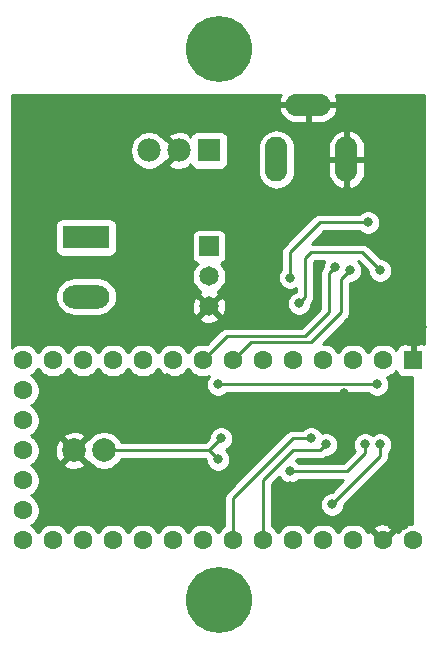
<source format=gbr>
%TF.GenerationSoftware,KiCad,Pcbnew,(5.1.8-0-10_14)*%
%TF.CreationDate,2020-12-27T09:30:55+11:00*%
%TF.ProjectId,Open-JIP(KiCad)_T3.2,4f70656e-2d4a-4495-9028-4b6943616429,rev?*%
%TF.SameCoordinates,Original*%
%TF.FileFunction,Copper,L2,Bot*%
%TF.FilePolarity,Positive*%
%FSLAX46Y46*%
G04 Gerber Fmt 4.6, Leading zero omitted, Abs format (unit mm)*
G04 Created by KiCad (PCBNEW (5.1.8-0-10_14)) date 2020-12-27 09:30:55*
%MOMM*%
%LPD*%
G01*
G04 APERTURE LIST*
%TA.AperFunction,ComponentPad*%
%ADD10C,5.600000*%
%TD*%
%TA.AperFunction,ComponentPad*%
%ADD11C,1.600000*%
%TD*%
%TA.AperFunction,ComponentPad*%
%ADD12R,1.600000X1.600000*%
%TD*%
%TA.AperFunction,ComponentPad*%
%ADD13R,1.651000X1.651000*%
%TD*%
%TA.AperFunction,ComponentPad*%
%ADD14C,1.651000*%
%TD*%
%TA.AperFunction,ComponentPad*%
%ADD15C,2.000000*%
%TD*%
%TA.AperFunction,ComponentPad*%
%ADD16O,3.800000X1.900000*%
%TD*%
%TA.AperFunction,ComponentPad*%
%ADD17O,1.900000X3.800000*%
%TD*%
%TA.AperFunction,ComponentPad*%
%ADD18R,3.960000X1.980000*%
%TD*%
%TA.AperFunction,ComponentPad*%
%ADD19O,3.960000X1.980000*%
%TD*%
%TA.AperFunction,ComponentPad*%
%ADD20R,1.980000X1.980000*%
%TD*%
%TA.AperFunction,ComponentPad*%
%ADD21C,1.980000*%
%TD*%
%TA.AperFunction,ViaPad*%
%ADD22C,0.800000*%
%TD*%
%TA.AperFunction,Conductor*%
%ADD23C,0.250000*%
%TD*%
%TA.AperFunction,Conductor*%
%ADD24C,0.254000*%
%TD*%
%TA.AperFunction,Conductor*%
%ADD25C,0.100000*%
%TD*%
G04 APERTURE END LIST*
D10*
%TO.P,REF\u002A\u002A,1*%
%TO.N,N/C*%
X120000000Y-76708000D03*
%TD*%
%TO.P,REF\u002A\u002A,1*%
%TO.N,N/C*%
X120000000Y-30000000D03*
%TD*%
D11*
%TO.P,U5,17*%
%TO.N,Net-(U5-Pad17)*%
X103378000Y-64008000D03*
%TO.P,U5,18*%
%TO.N,Net-(U5-Pad18)*%
X103378000Y-66548000D03*
%TO.P,U5,19*%
%TO.N,Net-(U5-Pad19)*%
X103378000Y-69088000D03*
%TO.P,U5,20*%
%TO.N,Net-(U5-Pad20)*%
X103378000Y-71628000D03*
%TO.P,U5,16*%
%TO.N,Net-(U5-Pad16)*%
X103378000Y-61468000D03*
%TO.P,U5,15*%
%TO.N,Net-(U5-Pad15)*%
X103378000Y-58928000D03*
%TO.P,U5,14*%
%TO.N,Net-(U5-Pad14)*%
X103378000Y-56388000D03*
%TO.P,U5,21*%
%TO.N,Net-(U5-Pad21)*%
X105918000Y-71628000D03*
%TO.P,U5,22*%
%TO.N,Net-(U5-Pad22)*%
X108458000Y-71628000D03*
%TO.P,U5,23*%
%TO.N,Net-(U5-Pad23)*%
X110998000Y-71628000D03*
%TO.P,U5,24*%
%TO.N,FluoroRead*%
X113538000Y-71628000D03*
%TO.P,U5,25*%
%TO.N,Net-(U5-Pad25)*%
X116078000Y-71628000D03*
%TO.P,U5,26*%
%TO.N,Net-(U5-Pad26)*%
X118618000Y-71628000D03*
%TO.P,U5,27*%
%TO.N,FluoroGain3*%
X121158000Y-71628000D03*
%TO.P,U5,28*%
%TO.N,FluoroGain2*%
X123698000Y-71628000D03*
%TO.P,U5,29*%
%TO.N,FluoroGain4*%
X126238000Y-71628000D03*
%TO.P,U5,30*%
%TO.N,FluoroGain1*%
X128778000Y-71628000D03*
%TO.P,U5,31*%
%TO.N,+3V3*%
X131318000Y-71628000D03*
%TO.P,U5,32*%
%TO.N,GNDA*%
X133858000Y-71628000D03*
%TO.P,U5,33*%
%TO.N,+5V*%
X136398000Y-71628000D03*
%TO.P,U5,13*%
%TO.N,Net-(U5-Pad13)*%
X105918000Y-56388000D03*
%TO.P,U5,12*%
%TO.N,Net-(U5-Pad12)*%
X108458000Y-56388000D03*
%TO.P,U5,11*%
%TO.N,Net-(U5-Pad11)*%
X110998000Y-56388000D03*
%TO.P,U5,10*%
%TO.N,Net-(U5-Pad10)*%
X113538000Y-56388000D03*
%TO.P,U5,9*%
%TO.N,Net-(U5-Pad9)*%
X116078000Y-56388000D03*
%TO.P,U5,8*%
%TO.N,ActinicGain3*%
X118618000Y-56388000D03*
%TO.P,U5,7*%
%TO.N,ActinicGain2*%
X121158000Y-56388000D03*
%TO.P,U5,6*%
%TO.N,ActinicGain4*%
X123698000Y-56388000D03*
%TO.P,U5,5*%
%TO.N,ActinicGain1*%
X126238000Y-56388000D03*
%TO.P,U5,4*%
%TO.N,Net-(U5-Pad4)*%
X128778000Y-56388000D03*
%TO.P,U5,3*%
%TO.N,Net-(U5-Pad3)*%
X131318000Y-56388000D03*
%TO.P,U5,2*%
%TO.N,Net-(U5-Pad2)*%
X133858000Y-56388000D03*
D12*
%TO.P,U5,1*%
%TO.N,GND*%
X136398000Y-56388000D03*
%TD*%
D13*
%TO.P,CR1,1*%
%TO.N,/TrigOut*%
X119126000Y-46736000D03*
D14*
%TO.P,CR1,2*%
%TO.N,Net-(C6-Pad2)*%
X119126000Y-49276000D03*
%TO.P,CR1,3*%
%TO.N,GND*%
X119126000Y-51816000D03*
%TD*%
D15*
%TO.P,D1,1*%
%TO.N,GNDA*%
X107696000Y-64008000D03*
%TO.P,D1,2*%
%TO.N,/-IN*%
X110236000Y-64008000D03*
%TD*%
D16*
%TO.P,J1,3*%
%TO.N,GND*%
X127508000Y-34720000D03*
D17*
%TO.P,J1,2*%
X130758000Y-39370000D03*
%TO.P,J1,1*%
%TO.N,+15V*%
X124828000Y-39370000D03*
%TD*%
D18*
%TO.P,J2,1*%
%TO.N,+12V*%
X108712000Y-45974000D03*
D19*
%TO.P,J2,2*%
%TO.N,Net-(C6-Pad2)*%
X108712000Y-50974000D03*
%TD*%
D20*
%TO.P,U2,1*%
%TO.N,+15V*%
X119126000Y-38608000D03*
D21*
%TO.P,U2,2*%
%TO.N,GND*%
X116586000Y-38608000D03*
%TO.P,U2,3*%
%TO.N,+12V*%
X114046000Y-38608000D03*
%TD*%
D22*
%TO.N,GNDA*%
X115570000Y-57912000D03*
X126238000Y-59944000D03*
X125984000Y-69342000D03*
X127762000Y-69342000D03*
X134620000Y-70358000D03*
X135636000Y-69342000D03*
X135636000Y-70358000D03*
X105664000Y-68580000D03*
X106934000Y-68580000D03*
X105664000Y-69850000D03*
X106934000Y-69850000D03*
X108204000Y-69850000D03*
X109474000Y-69850000D03*
X110744000Y-69850000D03*
X112014000Y-69850000D03*
X105664000Y-67310000D03*
X106934000Y-67310000D03*
X119126000Y-62230000D03*
X118872000Y-66294000D03*
X120142000Y-66802000D03*
X125984000Y-67056000D03*
X125984000Y-61214000D03*
X127762000Y-59690000D03*
X130556000Y-59182000D03*
%TO.N,GND*%
X136398000Y-54356000D03*
X137160000Y-53594000D03*
X116332000Y-52324000D03*
X116332000Y-53848000D03*
X118618000Y-54356000D03*
X116586000Y-40894000D03*
X116586000Y-36068000D03*
X134366000Y-44704000D03*
X135890000Y-44704000D03*
X108204000Y-34798000D03*
X106172000Y-34798000D03*
X104140000Y-34798000D03*
%TO.N,/-IN*%
X119888000Y-64770000D03*
X120142000Y-62992000D03*
%TO.N,+3V3*%
X119888000Y-58420000D03*
X133350000Y-58420000D03*
%TO.N,Net-(R7-Pad2)*%
X125984000Y-49368000D03*
X132588000Y-44704000D03*
%TO.N,Net-(R9-Pad2)*%
X132334000Y-63500000D03*
X125984000Y-65786000D03*
%TO.N,Net-(R10-Pad2)*%
X126746000Y-51562000D03*
X133604000Y-48768000D03*
%TO.N,Net-(R11-Pad2)*%
X133604000Y-63500000D03*
X129540000Y-68580000D03*
%TO.N,ActinicGain2*%
X131064000Y-48768000D03*
%TO.N,ActinicGain3*%
X129794000Y-48514000D03*
%TO.N,FluoroGain3*%
X127762000Y-62992000D03*
%TO.N,FluoroGain2*%
X129032000Y-63500000D03*
%TD*%
D23*
%TO.N,/-IN*%
X110236000Y-64008000D02*
X119126000Y-64008000D01*
X119126000Y-64008000D02*
X119888000Y-64770000D01*
X119126000Y-64008000D02*
X120142000Y-62992000D01*
%TO.N,+3V3*%
X119888000Y-58420000D02*
X133350000Y-58420000D01*
%TO.N,Net-(R7-Pad2)*%
X125984000Y-49368000D02*
X125984000Y-47244000D01*
X125984000Y-47244000D02*
X128524000Y-44704000D01*
X128524000Y-44704000D02*
X132588000Y-44704000D01*
%TO.N,Net-(R9-Pad2)*%
X132334000Y-63500000D02*
X132334000Y-64262000D01*
X132334000Y-64262000D02*
X130810000Y-65786000D01*
X130810000Y-65786000D02*
X125984000Y-65786000D01*
%TO.N,Net-(R10-Pad2)*%
X126746000Y-51562000D02*
X127254000Y-51054000D01*
X127254000Y-51054000D02*
X127254000Y-47752000D01*
X127254000Y-47752000D02*
X127762000Y-47244000D01*
X127762000Y-47244000D02*
X132080000Y-47244000D01*
X132080000Y-47244000D02*
X133604000Y-48768000D01*
%TO.N,Net-(R11-Pad2)*%
X133604000Y-63500000D02*
X133604000Y-64516000D01*
X133604000Y-64516000D02*
X129540000Y-68580000D01*
%TO.N,ActinicGain2*%
X131064000Y-48768000D02*
X130302000Y-49530000D01*
X130302000Y-49530000D02*
X130302000Y-52324000D01*
X130302000Y-52324000D02*
X127762000Y-54864000D01*
X122682000Y-54864000D02*
X121158000Y-56388000D01*
X127762000Y-54864000D02*
X122682000Y-54864000D01*
%TO.N,ActinicGain3*%
X127254000Y-54356000D02*
X120650000Y-54356000D01*
X129286000Y-52324000D02*
X127254000Y-54356000D01*
X120650000Y-54356000D02*
X118618000Y-56388000D01*
X129286000Y-49022000D02*
X129286000Y-52324000D01*
X129794000Y-48514000D02*
X129286000Y-49022000D01*
%TO.N,FluoroGain3*%
X127762000Y-62992000D02*
X126238000Y-62992000D01*
X126238000Y-62992000D02*
X121158000Y-68072000D01*
X121158000Y-68072000D02*
X121158000Y-71628000D01*
%TO.N,FluoroGain2*%
X129032000Y-63500000D02*
X128524000Y-64008000D01*
X128524000Y-64008000D02*
X126238000Y-64008000D01*
X123698000Y-66548000D02*
X123698000Y-71628000D01*
X126238000Y-64008000D02*
X123698000Y-66548000D01*
%TD*%
D24*
%TO.N,GNDA*%
X117503363Y-57302759D02*
X117703241Y-57502637D01*
X117938273Y-57659680D01*
X118199426Y-57767853D01*
X118476665Y-57823000D01*
X118759335Y-57823000D01*
X119036574Y-57767853D01*
X119104623Y-57739666D01*
X119084063Y-57760226D01*
X118970795Y-57929744D01*
X118892774Y-58118102D01*
X118853000Y-58318061D01*
X118853000Y-58521939D01*
X118892774Y-58721898D01*
X118970795Y-58910256D01*
X119084063Y-59079774D01*
X119228226Y-59223937D01*
X119397744Y-59337205D01*
X119586102Y-59415226D01*
X119786061Y-59455000D01*
X119989939Y-59455000D01*
X120189898Y-59415226D01*
X120378256Y-59337205D01*
X120547774Y-59223937D01*
X120591711Y-59180000D01*
X132646289Y-59180000D01*
X132690226Y-59223937D01*
X132859744Y-59337205D01*
X133048102Y-59415226D01*
X133248061Y-59455000D01*
X133451939Y-59455000D01*
X133651898Y-59415226D01*
X133840256Y-59337205D01*
X134009774Y-59223937D01*
X134153937Y-59079774D01*
X134267205Y-58910256D01*
X134345226Y-58721898D01*
X134385000Y-58521939D01*
X134385000Y-58318061D01*
X134345226Y-58118102D01*
X134267205Y-57929744D01*
X134172823Y-57788491D01*
X134276574Y-57767853D01*
X134537727Y-57659680D01*
X134772759Y-57502637D01*
X134971357Y-57304039D01*
X134972188Y-57312482D01*
X135008498Y-57432180D01*
X135067463Y-57542494D01*
X135146815Y-57639185D01*
X135243506Y-57718537D01*
X135353820Y-57777502D01*
X135473518Y-57813812D01*
X135598000Y-57826072D01*
X136271000Y-57826072D01*
X136271000Y-70193000D01*
X136256665Y-70193000D01*
X135979426Y-70248147D01*
X135718273Y-70356320D01*
X135483241Y-70513363D01*
X135283363Y-70713241D01*
X135127085Y-70947128D01*
X135094671Y-70886486D01*
X134850702Y-70814903D01*
X134160278Y-71505327D01*
X133555722Y-71505327D01*
X132865298Y-70814903D01*
X132621329Y-70886486D01*
X132590806Y-70950992D01*
X132589680Y-70948273D01*
X132432637Y-70713241D01*
X132354694Y-70635298D01*
X133044903Y-70635298D01*
X133858000Y-71448395D01*
X134671097Y-70635298D01*
X134599514Y-70391329D01*
X134344004Y-70270429D01*
X134069816Y-70201700D01*
X133787488Y-70187783D01*
X133507870Y-70229213D01*
X133241708Y-70324397D01*
X133116486Y-70391329D01*
X133044903Y-70635298D01*
X132354694Y-70635298D01*
X132232759Y-70513363D01*
X131997727Y-70356320D01*
X131736574Y-70248147D01*
X131459335Y-70193000D01*
X131176665Y-70193000D01*
X130899426Y-70248147D01*
X130638273Y-70356320D01*
X130403241Y-70513363D01*
X130203363Y-70713241D01*
X130048000Y-70945759D01*
X129892637Y-70713241D01*
X129692759Y-70513363D01*
X129457727Y-70356320D01*
X129196574Y-70248147D01*
X128919335Y-70193000D01*
X128636665Y-70193000D01*
X128359426Y-70248147D01*
X128098273Y-70356320D01*
X127863241Y-70513363D01*
X127663363Y-70713241D01*
X127508000Y-70945759D01*
X127352637Y-70713241D01*
X127152759Y-70513363D01*
X126917727Y-70356320D01*
X126656574Y-70248147D01*
X126379335Y-70193000D01*
X126096665Y-70193000D01*
X125819426Y-70248147D01*
X125558273Y-70356320D01*
X125323241Y-70513363D01*
X125123363Y-70713241D01*
X124968000Y-70945759D01*
X124812637Y-70713241D01*
X124612759Y-70513363D01*
X124458000Y-70409957D01*
X124458000Y-66862801D01*
X125060278Y-66260523D01*
X125066795Y-66276256D01*
X125180063Y-66445774D01*
X125324226Y-66589937D01*
X125493744Y-66703205D01*
X125682102Y-66781226D01*
X125882061Y-66821000D01*
X126085939Y-66821000D01*
X126285898Y-66781226D01*
X126474256Y-66703205D01*
X126643774Y-66589937D01*
X126687711Y-66546000D01*
X130499199Y-66546000D01*
X129500199Y-67545000D01*
X129438061Y-67545000D01*
X129238102Y-67584774D01*
X129049744Y-67662795D01*
X128880226Y-67776063D01*
X128736063Y-67920226D01*
X128622795Y-68089744D01*
X128544774Y-68278102D01*
X128505000Y-68478061D01*
X128505000Y-68681939D01*
X128544774Y-68881898D01*
X128622795Y-69070256D01*
X128736063Y-69239774D01*
X128880226Y-69383937D01*
X129049744Y-69497205D01*
X129238102Y-69575226D01*
X129438061Y-69615000D01*
X129641939Y-69615000D01*
X129841898Y-69575226D01*
X130030256Y-69497205D01*
X130199774Y-69383937D01*
X130343937Y-69239774D01*
X130457205Y-69070256D01*
X130535226Y-68881898D01*
X130575000Y-68681939D01*
X130575000Y-68619801D01*
X134115003Y-65079799D01*
X134144001Y-65056001D01*
X134180930Y-65011003D01*
X134238974Y-64940277D01*
X134309546Y-64808247D01*
X134317367Y-64782463D01*
X134353003Y-64664986D01*
X134364000Y-64553333D01*
X134364000Y-64553323D01*
X134367676Y-64516000D01*
X134364000Y-64478677D01*
X134364000Y-64203711D01*
X134407937Y-64159774D01*
X134521205Y-63990256D01*
X134599226Y-63801898D01*
X134639000Y-63601939D01*
X134639000Y-63398061D01*
X134599226Y-63198102D01*
X134521205Y-63009744D01*
X134407937Y-62840226D01*
X134263774Y-62696063D01*
X134094256Y-62582795D01*
X133905898Y-62504774D01*
X133705939Y-62465000D01*
X133502061Y-62465000D01*
X133302102Y-62504774D01*
X133113744Y-62582795D01*
X132969000Y-62679510D01*
X132824256Y-62582795D01*
X132635898Y-62504774D01*
X132435939Y-62465000D01*
X132232061Y-62465000D01*
X132032102Y-62504774D01*
X131843744Y-62582795D01*
X131674226Y-62696063D01*
X131530063Y-62840226D01*
X131416795Y-63009744D01*
X131338774Y-63198102D01*
X131299000Y-63398061D01*
X131299000Y-63601939D01*
X131338774Y-63801898D01*
X131416795Y-63990256D01*
X131462516Y-64058682D01*
X130495199Y-65026000D01*
X126687711Y-65026000D01*
X126643774Y-64982063D01*
X126474256Y-64868795D01*
X126458524Y-64862279D01*
X126552803Y-64768000D01*
X128486678Y-64768000D01*
X128524000Y-64771676D01*
X128561322Y-64768000D01*
X128561333Y-64768000D01*
X128672986Y-64757003D01*
X128816247Y-64713546D01*
X128948276Y-64642974D01*
X129064001Y-64548001D01*
X129074671Y-64535000D01*
X129133939Y-64535000D01*
X129333898Y-64495226D01*
X129522256Y-64417205D01*
X129691774Y-64303937D01*
X129835937Y-64159774D01*
X129949205Y-63990256D01*
X130027226Y-63801898D01*
X130067000Y-63601939D01*
X130067000Y-63398061D01*
X130027226Y-63198102D01*
X129949205Y-63009744D01*
X129835937Y-62840226D01*
X129691774Y-62696063D01*
X129522256Y-62582795D01*
X129333898Y-62504774D01*
X129133939Y-62465000D01*
X128930061Y-62465000D01*
X128730102Y-62504774D01*
X128687730Y-62522325D01*
X128679205Y-62501744D01*
X128565937Y-62332226D01*
X128421774Y-62188063D01*
X128252256Y-62074795D01*
X128063898Y-61996774D01*
X127863939Y-61957000D01*
X127660061Y-61957000D01*
X127460102Y-61996774D01*
X127271744Y-62074795D01*
X127102226Y-62188063D01*
X127058289Y-62232000D01*
X126275323Y-62232000D01*
X126238000Y-62228324D01*
X126200677Y-62232000D01*
X126200667Y-62232000D01*
X126089014Y-62242997D01*
X125945753Y-62286454D01*
X125813723Y-62357026D01*
X125749127Y-62410039D01*
X125697999Y-62451999D01*
X125674201Y-62480997D01*
X120647003Y-67508196D01*
X120617999Y-67531999D01*
X120574688Y-67584774D01*
X120523026Y-67647724D01*
X120490729Y-67708147D01*
X120452454Y-67779754D01*
X120408997Y-67923015D01*
X120398000Y-68034668D01*
X120398000Y-68034678D01*
X120394324Y-68072000D01*
X120398000Y-68109323D01*
X120398001Y-70409956D01*
X120243241Y-70513363D01*
X120043363Y-70713241D01*
X119888000Y-70945759D01*
X119732637Y-70713241D01*
X119532759Y-70513363D01*
X119297727Y-70356320D01*
X119036574Y-70248147D01*
X118759335Y-70193000D01*
X118476665Y-70193000D01*
X118199426Y-70248147D01*
X117938273Y-70356320D01*
X117703241Y-70513363D01*
X117503363Y-70713241D01*
X117348000Y-70945759D01*
X117192637Y-70713241D01*
X116992759Y-70513363D01*
X116757727Y-70356320D01*
X116496574Y-70248147D01*
X116219335Y-70193000D01*
X115936665Y-70193000D01*
X115659426Y-70248147D01*
X115398273Y-70356320D01*
X115163241Y-70513363D01*
X114963363Y-70713241D01*
X114808000Y-70945759D01*
X114652637Y-70713241D01*
X114452759Y-70513363D01*
X114217727Y-70356320D01*
X113956574Y-70248147D01*
X113679335Y-70193000D01*
X113396665Y-70193000D01*
X113119426Y-70248147D01*
X112858273Y-70356320D01*
X112623241Y-70513363D01*
X112423363Y-70713241D01*
X112268000Y-70945759D01*
X112112637Y-70713241D01*
X111912759Y-70513363D01*
X111677727Y-70356320D01*
X111416574Y-70248147D01*
X111139335Y-70193000D01*
X110856665Y-70193000D01*
X110579426Y-70248147D01*
X110318273Y-70356320D01*
X110083241Y-70513363D01*
X109883363Y-70713241D01*
X109728000Y-70945759D01*
X109572637Y-70713241D01*
X109372759Y-70513363D01*
X109137727Y-70356320D01*
X108876574Y-70248147D01*
X108599335Y-70193000D01*
X108316665Y-70193000D01*
X108039426Y-70248147D01*
X107778273Y-70356320D01*
X107543241Y-70513363D01*
X107343363Y-70713241D01*
X107188000Y-70945759D01*
X107032637Y-70713241D01*
X106832759Y-70513363D01*
X106597727Y-70356320D01*
X106336574Y-70248147D01*
X106059335Y-70193000D01*
X105776665Y-70193000D01*
X105499426Y-70248147D01*
X105238273Y-70356320D01*
X105003241Y-70513363D01*
X104803363Y-70713241D01*
X104648000Y-70945759D01*
X104492637Y-70713241D01*
X104292759Y-70513363D01*
X104060241Y-70358000D01*
X104292759Y-70202637D01*
X104492637Y-70002759D01*
X104649680Y-69767727D01*
X104757853Y-69506574D01*
X104813000Y-69229335D01*
X104813000Y-68946665D01*
X104757853Y-68669426D01*
X104649680Y-68408273D01*
X104492637Y-68173241D01*
X104292759Y-67973363D01*
X104060241Y-67818000D01*
X104292759Y-67662637D01*
X104492637Y-67462759D01*
X104649680Y-67227727D01*
X104757853Y-66966574D01*
X104813000Y-66689335D01*
X104813000Y-66406665D01*
X104757853Y-66129426D01*
X104649680Y-65868273D01*
X104492637Y-65633241D01*
X104292759Y-65433363D01*
X104060241Y-65278000D01*
X104261665Y-65143413D01*
X106740192Y-65143413D01*
X106835956Y-65407814D01*
X107125571Y-65548704D01*
X107437108Y-65630384D01*
X107758595Y-65649718D01*
X108077675Y-65605961D01*
X108382088Y-65500795D01*
X108556044Y-65407814D01*
X108651808Y-65143413D01*
X107696000Y-64187605D01*
X106740192Y-65143413D01*
X104261665Y-65143413D01*
X104292759Y-65122637D01*
X104492637Y-64922759D01*
X104649680Y-64687727D01*
X104757853Y-64426574D01*
X104813000Y-64149335D01*
X104813000Y-64070595D01*
X106054282Y-64070595D01*
X106098039Y-64389675D01*
X106203205Y-64694088D01*
X106296186Y-64868044D01*
X106560587Y-64963808D01*
X107516395Y-64008000D01*
X107875605Y-64008000D01*
X108831413Y-64963808D01*
X108893280Y-64941400D01*
X108966013Y-65050252D01*
X109193748Y-65277987D01*
X109461537Y-65456918D01*
X109759088Y-65580168D01*
X110074967Y-65643000D01*
X110397033Y-65643000D01*
X110712912Y-65580168D01*
X111010463Y-65456918D01*
X111278252Y-65277987D01*
X111505987Y-65050252D01*
X111684918Y-64782463D01*
X111690909Y-64768000D01*
X118811199Y-64768000D01*
X118853000Y-64809801D01*
X118853000Y-64871939D01*
X118892774Y-65071898D01*
X118970795Y-65260256D01*
X119084063Y-65429774D01*
X119228226Y-65573937D01*
X119397744Y-65687205D01*
X119586102Y-65765226D01*
X119786061Y-65805000D01*
X119989939Y-65805000D01*
X120189898Y-65765226D01*
X120378256Y-65687205D01*
X120547774Y-65573937D01*
X120691937Y-65429774D01*
X120805205Y-65260256D01*
X120883226Y-65071898D01*
X120923000Y-64871939D01*
X120923000Y-64668061D01*
X120883226Y-64468102D01*
X120805205Y-64279744D01*
X120691937Y-64110226D01*
X120547774Y-63966063D01*
X120527574Y-63952566D01*
X120632256Y-63909205D01*
X120801774Y-63795937D01*
X120945937Y-63651774D01*
X121059205Y-63482256D01*
X121137226Y-63293898D01*
X121177000Y-63093939D01*
X121177000Y-62890061D01*
X121137226Y-62690102D01*
X121059205Y-62501744D01*
X120945937Y-62332226D01*
X120801774Y-62188063D01*
X120632256Y-62074795D01*
X120443898Y-61996774D01*
X120243939Y-61957000D01*
X120040061Y-61957000D01*
X119840102Y-61996774D01*
X119651744Y-62074795D01*
X119482226Y-62188063D01*
X119338063Y-62332226D01*
X119224795Y-62501744D01*
X119146774Y-62690102D01*
X119107000Y-62890061D01*
X119107000Y-62952198D01*
X118811199Y-63248000D01*
X111690909Y-63248000D01*
X111684918Y-63233537D01*
X111505987Y-62965748D01*
X111278252Y-62738013D01*
X111010463Y-62559082D01*
X110712912Y-62435832D01*
X110397033Y-62373000D01*
X110074967Y-62373000D01*
X109759088Y-62435832D01*
X109461537Y-62559082D01*
X109193748Y-62738013D01*
X108966013Y-62965748D01*
X108893280Y-63074600D01*
X108831413Y-63052192D01*
X107875605Y-64008000D01*
X107516395Y-64008000D01*
X106560587Y-63052192D01*
X106296186Y-63147956D01*
X106155296Y-63437571D01*
X106073616Y-63749108D01*
X106054282Y-64070595D01*
X104813000Y-64070595D01*
X104813000Y-63866665D01*
X104757853Y-63589426D01*
X104649680Y-63328273D01*
X104492637Y-63093241D01*
X104292759Y-62893363D01*
X104261666Y-62872587D01*
X106740192Y-62872587D01*
X107696000Y-63828395D01*
X108651808Y-62872587D01*
X108556044Y-62608186D01*
X108266429Y-62467296D01*
X107954892Y-62385616D01*
X107633405Y-62366282D01*
X107314325Y-62410039D01*
X107009912Y-62515205D01*
X106835956Y-62608186D01*
X106740192Y-62872587D01*
X104261666Y-62872587D01*
X104060241Y-62738000D01*
X104292759Y-62582637D01*
X104492637Y-62382759D01*
X104649680Y-62147727D01*
X104757853Y-61886574D01*
X104813000Y-61609335D01*
X104813000Y-61326665D01*
X104757853Y-61049426D01*
X104649680Y-60788273D01*
X104492637Y-60553241D01*
X104292759Y-60353363D01*
X104060241Y-60198000D01*
X104292759Y-60042637D01*
X104492637Y-59842759D01*
X104649680Y-59607727D01*
X104757853Y-59346574D01*
X104813000Y-59069335D01*
X104813000Y-58786665D01*
X104757853Y-58509426D01*
X104649680Y-58248273D01*
X104492637Y-58013241D01*
X104292759Y-57813363D01*
X104060241Y-57658000D01*
X104292759Y-57502637D01*
X104492637Y-57302759D01*
X104648000Y-57070241D01*
X104803363Y-57302759D01*
X105003241Y-57502637D01*
X105238273Y-57659680D01*
X105499426Y-57767853D01*
X105776665Y-57823000D01*
X106059335Y-57823000D01*
X106336574Y-57767853D01*
X106597727Y-57659680D01*
X106832759Y-57502637D01*
X107032637Y-57302759D01*
X107188000Y-57070241D01*
X107343363Y-57302759D01*
X107543241Y-57502637D01*
X107778273Y-57659680D01*
X108039426Y-57767853D01*
X108316665Y-57823000D01*
X108599335Y-57823000D01*
X108876574Y-57767853D01*
X109137727Y-57659680D01*
X109372759Y-57502637D01*
X109572637Y-57302759D01*
X109728000Y-57070241D01*
X109883363Y-57302759D01*
X110083241Y-57502637D01*
X110318273Y-57659680D01*
X110579426Y-57767853D01*
X110856665Y-57823000D01*
X111139335Y-57823000D01*
X111416574Y-57767853D01*
X111677727Y-57659680D01*
X111912759Y-57502637D01*
X112112637Y-57302759D01*
X112268000Y-57070241D01*
X112423363Y-57302759D01*
X112623241Y-57502637D01*
X112858273Y-57659680D01*
X113119426Y-57767853D01*
X113396665Y-57823000D01*
X113679335Y-57823000D01*
X113956574Y-57767853D01*
X114217727Y-57659680D01*
X114452759Y-57502637D01*
X114652637Y-57302759D01*
X114808000Y-57070241D01*
X114963363Y-57302759D01*
X115163241Y-57502637D01*
X115398273Y-57659680D01*
X115659426Y-57767853D01*
X115936665Y-57823000D01*
X116219335Y-57823000D01*
X116496574Y-57767853D01*
X116757727Y-57659680D01*
X116992759Y-57502637D01*
X117192637Y-57302759D01*
X117348000Y-57070241D01*
X117503363Y-57302759D01*
%TA.AperFunction,Conductor*%
D25*
G36*
X117503363Y-57302759D02*
G01*
X117703241Y-57502637D01*
X117938273Y-57659680D01*
X118199426Y-57767853D01*
X118476665Y-57823000D01*
X118759335Y-57823000D01*
X119036574Y-57767853D01*
X119104623Y-57739666D01*
X119084063Y-57760226D01*
X118970795Y-57929744D01*
X118892774Y-58118102D01*
X118853000Y-58318061D01*
X118853000Y-58521939D01*
X118892774Y-58721898D01*
X118970795Y-58910256D01*
X119084063Y-59079774D01*
X119228226Y-59223937D01*
X119397744Y-59337205D01*
X119586102Y-59415226D01*
X119786061Y-59455000D01*
X119989939Y-59455000D01*
X120189898Y-59415226D01*
X120378256Y-59337205D01*
X120547774Y-59223937D01*
X120591711Y-59180000D01*
X132646289Y-59180000D01*
X132690226Y-59223937D01*
X132859744Y-59337205D01*
X133048102Y-59415226D01*
X133248061Y-59455000D01*
X133451939Y-59455000D01*
X133651898Y-59415226D01*
X133840256Y-59337205D01*
X134009774Y-59223937D01*
X134153937Y-59079774D01*
X134267205Y-58910256D01*
X134345226Y-58721898D01*
X134385000Y-58521939D01*
X134385000Y-58318061D01*
X134345226Y-58118102D01*
X134267205Y-57929744D01*
X134172823Y-57788491D01*
X134276574Y-57767853D01*
X134537727Y-57659680D01*
X134772759Y-57502637D01*
X134971357Y-57304039D01*
X134972188Y-57312482D01*
X135008498Y-57432180D01*
X135067463Y-57542494D01*
X135146815Y-57639185D01*
X135243506Y-57718537D01*
X135353820Y-57777502D01*
X135473518Y-57813812D01*
X135598000Y-57826072D01*
X136271000Y-57826072D01*
X136271000Y-70193000D01*
X136256665Y-70193000D01*
X135979426Y-70248147D01*
X135718273Y-70356320D01*
X135483241Y-70513363D01*
X135283363Y-70713241D01*
X135127085Y-70947128D01*
X135094671Y-70886486D01*
X134850702Y-70814903D01*
X134160278Y-71505327D01*
X133555722Y-71505327D01*
X132865298Y-70814903D01*
X132621329Y-70886486D01*
X132590806Y-70950992D01*
X132589680Y-70948273D01*
X132432637Y-70713241D01*
X132354694Y-70635298D01*
X133044903Y-70635298D01*
X133858000Y-71448395D01*
X134671097Y-70635298D01*
X134599514Y-70391329D01*
X134344004Y-70270429D01*
X134069816Y-70201700D01*
X133787488Y-70187783D01*
X133507870Y-70229213D01*
X133241708Y-70324397D01*
X133116486Y-70391329D01*
X133044903Y-70635298D01*
X132354694Y-70635298D01*
X132232759Y-70513363D01*
X131997727Y-70356320D01*
X131736574Y-70248147D01*
X131459335Y-70193000D01*
X131176665Y-70193000D01*
X130899426Y-70248147D01*
X130638273Y-70356320D01*
X130403241Y-70513363D01*
X130203363Y-70713241D01*
X130048000Y-70945759D01*
X129892637Y-70713241D01*
X129692759Y-70513363D01*
X129457727Y-70356320D01*
X129196574Y-70248147D01*
X128919335Y-70193000D01*
X128636665Y-70193000D01*
X128359426Y-70248147D01*
X128098273Y-70356320D01*
X127863241Y-70513363D01*
X127663363Y-70713241D01*
X127508000Y-70945759D01*
X127352637Y-70713241D01*
X127152759Y-70513363D01*
X126917727Y-70356320D01*
X126656574Y-70248147D01*
X126379335Y-70193000D01*
X126096665Y-70193000D01*
X125819426Y-70248147D01*
X125558273Y-70356320D01*
X125323241Y-70513363D01*
X125123363Y-70713241D01*
X124968000Y-70945759D01*
X124812637Y-70713241D01*
X124612759Y-70513363D01*
X124458000Y-70409957D01*
X124458000Y-66862801D01*
X125060278Y-66260523D01*
X125066795Y-66276256D01*
X125180063Y-66445774D01*
X125324226Y-66589937D01*
X125493744Y-66703205D01*
X125682102Y-66781226D01*
X125882061Y-66821000D01*
X126085939Y-66821000D01*
X126285898Y-66781226D01*
X126474256Y-66703205D01*
X126643774Y-66589937D01*
X126687711Y-66546000D01*
X130499199Y-66546000D01*
X129500199Y-67545000D01*
X129438061Y-67545000D01*
X129238102Y-67584774D01*
X129049744Y-67662795D01*
X128880226Y-67776063D01*
X128736063Y-67920226D01*
X128622795Y-68089744D01*
X128544774Y-68278102D01*
X128505000Y-68478061D01*
X128505000Y-68681939D01*
X128544774Y-68881898D01*
X128622795Y-69070256D01*
X128736063Y-69239774D01*
X128880226Y-69383937D01*
X129049744Y-69497205D01*
X129238102Y-69575226D01*
X129438061Y-69615000D01*
X129641939Y-69615000D01*
X129841898Y-69575226D01*
X130030256Y-69497205D01*
X130199774Y-69383937D01*
X130343937Y-69239774D01*
X130457205Y-69070256D01*
X130535226Y-68881898D01*
X130575000Y-68681939D01*
X130575000Y-68619801D01*
X134115003Y-65079799D01*
X134144001Y-65056001D01*
X134180930Y-65011003D01*
X134238974Y-64940277D01*
X134309546Y-64808247D01*
X134317367Y-64782463D01*
X134353003Y-64664986D01*
X134364000Y-64553333D01*
X134364000Y-64553323D01*
X134367676Y-64516000D01*
X134364000Y-64478677D01*
X134364000Y-64203711D01*
X134407937Y-64159774D01*
X134521205Y-63990256D01*
X134599226Y-63801898D01*
X134639000Y-63601939D01*
X134639000Y-63398061D01*
X134599226Y-63198102D01*
X134521205Y-63009744D01*
X134407937Y-62840226D01*
X134263774Y-62696063D01*
X134094256Y-62582795D01*
X133905898Y-62504774D01*
X133705939Y-62465000D01*
X133502061Y-62465000D01*
X133302102Y-62504774D01*
X133113744Y-62582795D01*
X132969000Y-62679510D01*
X132824256Y-62582795D01*
X132635898Y-62504774D01*
X132435939Y-62465000D01*
X132232061Y-62465000D01*
X132032102Y-62504774D01*
X131843744Y-62582795D01*
X131674226Y-62696063D01*
X131530063Y-62840226D01*
X131416795Y-63009744D01*
X131338774Y-63198102D01*
X131299000Y-63398061D01*
X131299000Y-63601939D01*
X131338774Y-63801898D01*
X131416795Y-63990256D01*
X131462516Y-64058682D01*
X130495199Y-65026000D01*
X126687711Y-65026000D01*
X126643774Y-64982063D01*
X126474256Y-64868795D01*
X126458524Y-64862279D01*
X126552803Y-64768000D01*
X128486678Y-64768000D01*
X128524000Y-64771676D01*
X128561322Y-64768000D01*
X128561333Y-64768000D01*
X128672986Y-64757003D01*
X128816247Y-64713546D01*
X128948276Y-64642974D01*
X129064001Y-64548001D01*
X129074671Y-64535000D01*
X129133939Y-64535000D01*
X129333898Y-64495226D01*
X129522256Y-64417205D01*
X129691774Y-64303937D01*
X129835937Y-64159774D01*
X129949205Y-63990256D01*
X130027226Y-63801898D01*
X130067000Y-63601939D01*
X130067000Y-63398061D01*
X130027226Y-63198102D01*
X129949205Y-63009744D01*
X129835937Y-62840226D01*
X129691774Y-62696063D01*
X129522256Y-62582795D01*
X129333898Y-62504774D01*
X129133939Y-62465000D01*
X128930061Y-62465000D01*
X128730102Y-62504774D01*
X128687730Y-62522325D01*
X128679205Y-62501744D01*
X128565937Y-62332226D01*
X128421774Y-62188063D01*
X128252256Y-62074795D01*
X128063898Y-61996774D01*
X127863939Y-61957000D01*
X127660061Y-61957000D01*
X127460102Y-61996774D01*
X127271744Y-62074795D01*
X127102226Y-62188063D01*
X127058289Y-62232000D01*
X126275323Y-62232000D01*
X126238000Y-62228324D01*
X126200677Y-62232000D01*
X126200667Y-62232000D01*
X126089014Y-62242997D01*
X125945753Y-62286454D01*
X125813723Y-62357026D01*
X125749127Y-62410039D01*
X125697999Y-62451999D01*
X125674201Y-62480997D01*
X120647003Y-67508196D01*
X120617999Y-67531999D01*
X120574688Y-67584774D01*
X120523026Y-67647724D01*
X120490729Y-67708147D01*
X120452454Y-67779754D01*
X120408997Y-67923015D01*
X120398000Y-68034668D01*
X120398000Y-68034678D01*
X120394324Y-68072000D01*
X120398000Y-68109323D01*
X120398001Y-70409956D01*
X120243241Y-70513363D01*
X120043363Y-70713241D01*
X119888000Y-70945759D01*
X119732637Y-70713241D01*
X119532759Y-70513363D01*
X119297727Y-70356320D01*
X119036574Y-70248147D01*
X118759335Y-70193000D01*
X118476665Y-70193000D01*
X118199426Y-70248147D01*
X117938273Y-70356320D01*
X117703241Y-70513363D01*
X117503363Y-70713241D01*
X117348000Y-70945759D01*
X117192637Y-70713241D01*
X116992759Y-70513363D01*
X116757727Y-70356320D01*
X116496574Y-70248147D01*
X116219335Y-70193000D01*
X115936665Y-70193000D01*
X115659426Y-70248147D01*
X115398273Y-70356320D01*
X115163241Y-70513363D01*
X114963363Y-70713241D01*
X114808000Y-70945759D01*
X114652637Y-70713241D01*
X114452759Y-70513363D01*
X114217727Y-70356320D01*
X113956574Y-70248147D01*
X113679335Y-70193000D01*
X113396665Y-70193000D01*
X113119426Y-70248147D01*
X112858273Y-70356320D01*
X112623241Y-70513363D01*
X112423363Y-70713241D01*
X112268000Y-70945759D01*
X112112637Y-70713241D01*
X111912759Y-70513363D01*
X111677727Y-70356320D01*
X111416574Y-70248147D01*
X111139335Y-70193000D01*
X110856665Y-70193000D01*
X110579426Y-70248147D01*
X110318273Y-70356320D01*
X110083241Y-70513363D01*
X109883363Y-70713241D01*
X109728000Y-70945759D01*
X109572637Y-70713241D01*
X109372759Y-70513363D01*
X109137727Y-70356320D01*
X108876574Y-70248147D01*
X108599335Y-70193000D01*
X108316665Y-70193000D01*
X108039426Y-70248147D01*
X107778273Y-70356320D01*
X107543241Y-70513363D01*
X107343363Y-70713241D01*
X107188000Y-70945759D01*
X107032637Y-70713241D01*
X106832759Y-70513363D01*
X106597727Y-70356320D01*
X106336574Y-70248147D01*
X106059335Y-70193000D01*
X105776665Y-70193000D01*
X105499426Y-70248147D01*
X105238273Y-70356320D01*
X105003241Y-70513363D01*
X104803363Y-70713241D01*
X104648000Y-70945759D01*
X104492637Y-70713241D01*
X104292759Y-70513363D01*
X104060241Y-70358000D01*
X104292759Y-70202637D01*
X104492637Y-70002759D01*
X104649680Y-69767727D01*
X104757853Y-69506574D01*
X104813000Y-69229335D01*
X104813000Y-68946665D01*
X104757853Y-68669426D01*
X104649680Y-68408273D01*
X104492637Y-68173241D01*
X104292759Y-67973363D01*
X104060241Y-67818000D01*
X104292759Y-67662637D01*
X104492637Y-67462759D01*
X104649680Y-67227727D01*
X104757853Y-66966574D01*
X104813000Y-66689335D01*
X104813000Y-66406665D01*
X104757853Y-66129426D01*
X104649680Y-65868273D01*
X104492637Y-65633241D01*
X104292759Y-65433363D01*
X104060241Y-65278000D01*
X104261665Y-65143413D01*
X106740192Y-65143413D01*
X106835956Y-65407814D01*
X107125571Y-65548704D01*
X107437108Y-65630384D01*
X107758595Y-65649718D01*
X108077675Y-65605961D01*
X108382088Y-65500795D01*
X108556044Y-65407814D01*
X108651808Y-65143413D01*
X107696000Y-64187605D01*
X106740192Y-65143413D01*
X104261665Y-65143413D01*
X104292759Y-65122637D01*
X104492637Y-64922759D01*
X104649680Y-64687727D01*
X104757853Y-64426574D01*
X104813000Y-64149335D01*
X104813000Y-64070595D01*
X106054282Y-64070595D01*
X106098039Y-64389675D01*
X106203205Y-64694088D01*
X106296186Y-64868044D01*
X106560587Y-64963808D01*
X107516395Y-64008000D01*
X107875605Y-64008000D01*
X108831413Y-64963808D01*
X108893280Y-64941400D01*
X108966013Y-65050252D01*
X109193748Y-65277987D01*
X109461537Y-65456918D01*
X109759088Y-65580168D01*
X110074967Y-65643000D01*
X110397033Y-65643000D01*
X110712912Y-65580168D01*
X111010463Y-65456918D01*
X111278252Y-65277987D01*
X111505987Y-65050252D01*
X111684918Y-64782463D01*
X111690909Y-64768000D01*
X118811199Y-64768000D01*
X118853000Y-64809801D01*
X118853000Y-64871939D01*
X118892774Y-65071898D01*
X118970795Y-65260256D01*
X119084063Y-65429774D01*
X119228226Y-65573937D01*
X119397744Y-65687205D01*
X119586102Y-65765226D01*
X119786061Y-65805000D01*
X119989939Y-65805000D01*
X120189898Y-65765226D01*
X120378256Y-65687205D01*
X120547774Y-65573937D01*
X120691937Y-65429774D01*
X120805205Y-65260256D01*
X120883226Y-65071898D01*
X120923000Y-64871939D01*
X120923000Y-64668061D01*
X120883226Y-64468102D01*
X120805205Y-64279744D01*
X120691937Y-64110226D01*
X120547774Y-63966063D01*
X120527574Y-63952566D01*
X120632256Y-63909205D01*
X120801774Y-63795937D01*
X120945937Y-63651774D01*
X121059205Y-63482256D01*
X121137226Y-63293898D01*
X121177000Y-63093939D01*
X121177000Y-62890061D01*
X121137226Y-62690102D01*
X121059205Y-62501744D01*
X120945937Y-62332226D01*
X120801774Y-62188063D01*
X120632256Y-62074795D01*
X120443898Y-61996774D01*
X120243939Y-61957000D01*
X120040061Y-61957000D01*
X119840102Y-61996774D01*
X119651744Y-62074795D01*
X119482226Y-62188063D01*
X119338063Y-62332226D01*
X119224795Y-62501744D01*
X119146774Y-62690102D01*
X119107000Y-62890061D01*
X119107000Y-62952198D01*
X118811199Y-63248000D01*
X111690909Y-63248000D01*
X111684918Y-63233537D01*
X111505987Y-62965748D01*
X111278252Y-62738013D01*
X111010463Y-62559082D01*
X110712912Y-62435832D01*
X110397033Y-62373000D01*
X110074967Y-62373000D01*
X109759088Y-62435832D01*
X109461537Y-62559082D01*
X109193748Y-62738013D01*
X108966013Y-62965748D01*
X108893280Y-63074600D01*
X108831413Y-63052192D01*
X107875605Y-64008000D01*
X107516395Y-64008000D01*
X106560587Y-63052192D01*
X106296186Y-63147956D01*
X106155296Y-63437571D01*
X106073616Y-63749108D01*
X106054282Y-64070595D01*
X104813000Y-64070595D01*
X104813000Y-63866665D01*
X104757853Y-63589426D01*
X104649680Y-63328273D01*
X104492637Y-63093241D01*
X104292759Y-62893363D01*
X104261666Y-62872587D01*
X106740192Y-62872587D01*
X107696000Y-63828395D01*
X108651808Y-62872587D01*
X108556044Y-62608186D01*
X108266429Y-62467296D01*
X107954892Y-62385616D01*
X107633405Y-62366282D01*
X107314325Y-62410039D01*
X107009912Y-62515205D01*
X106835956Y-62608186D01*
X106740192Y-62872587D01*
X104261666Y-62872587D01*
X104060241Y-62738000D01*
X104292759Y-62582637D01*
X104492637Y-62382759D01*
X104649680Y-62147727D01*
X104757853Y-61886574D01*
X104813000Y-61609335D01*
X104813000Y-61326665D01*
X104757853Y-61049426D01*
X104649680Y-60788273D01*
X104492637Y-60553241D01*
X104292759Y-60353363D01*
X104060241Y-60198000D01*
X104292759Y-60042637D01*
X104492637Y-59842759D01*
X104649680Y-59607727D01*
X104757853Y-59346574D01*
X104813000Y-59069335D01*
X104813000Y-58786665D01*
X104757853Y-58509426D01*
X104649680Y-58248273D01*
X104492637Y-58013241D01*
X104292759Y-57813363D01*
X104060241Y-57658000D01*
X104292759Y-57502637D01*
X104492637Y-57302759D01*
X104648000Y-57070241D01*
X104803363Y-57302759D01*
X105003241Y-57502637D01*
X105238273Y-57659680D01*
X105499426Y-57767853D01*
X105776665Y-57823000D01*
X106059335Y-57823000D01*
X106336574Y-57767853D01*
X106597727Y-57659680D01*
X106832759Y-57502637D01*
X107032637Y-57302759D01*
X107188000Y-57070241D01*
X107343363Y-57302759D01*
X107543241Y-57502637D01*
X107778273Y-57659680D01*
X108039426Y-57767853D01*
X108316665Y-57823000D01*
X108599335Y-57823000D01*
X108876574Y-57767853D01*
X109137727Y-57659680D01*
X109372759Y-57502637D01*
X109572637Y-57302759D01*
X109728000Y-57070241D01*
X109883363Y-57302759D01*
X110083241Y-57502637D01*
X110318273Y-57659680D01*
X110579426Y-57767853D01*
X110856665Y-57823000D01*
X111139335Y-57823000D01*
X111416574Y-57767853D01*
X111677727Y-57659680D01*
X111912759Y-57502637D01*
X112112637Y-57302759D01*
X112268000Y-57070241D01*
X112423363Y-57302759D01*
X112623241Y-57502637D01*
X112858273Y-57659680D01*
X113119426Y-57767853D01*
X113396665Y-57823000D01*
X113679335Y-57823000D01*
X113956574Y-57767853D01*
X114217727Y-57659680D01*
X114452759Y-57502637D01*
X114652637Y-57302759D01*
X114808000Y-57070241D01*
X114963363Y-57302759D01*
X115163241Y-57502637D01*
X115398273Y-57659680D01*
X115659426Y-57767853D01*
X115936665Y-57823000D01*
X116219335Y-57823000D01*
X116496574Y-57767853D01*
X116757727Y-57659680D01*
X116992759Y-57502637D01*
X117192637Y-57302759D01*
X117348000Y-57070241D01*
X117503363Y-57302759D01*
G37*
%TD.AperFunction*%
%TD*%
D24*
%TO.N,GND*%
X123365717Y-33925088D02*
X123466353Y-33935000D01*
X123500000Y-33938314D01*
X123533647Y-33935000D01*
X125176524Y-33935000D01*
X125169564Y-33945017D01*
X125045051Y-34230779D01*
X125017414Y-34347412D01*
X125137416Y-34593000D01*
X127381000Y-34593000D01*
X127381000Y-34573000D01*
X127635000Y-34573000D01*
X127635000Y-34593000D01*
X129878584Y-34593000D01*
X129998586Y-34347412D01*
X129970949Y-34230779D01*
X129846436Y-33945017D01*
X129839476Y-33935000D01*
X137315001Y-33935000D01*
X137315000Y-54961451D01*
X137198000Y-54949928D01*
X136683750Y-54953000D01*
X136525000Y-55111750D01*
X136525000Y-56261000D01*
X136271000Y-56261000D01*
X136271000Y-55111750D01*
X136112250Y-54953000D01*
X135598000Y-54949928D01*
X135473518Y-54962188D01*
X135353820Y-54998498D01*
X135243506Y-55057463D01*
X135146815Y-55136815D01*
X135067463Y-55233506D01*
X135008498Y-55343820D01*
X134972188Y-55463518D01*
X134971357Y-55471961D01*
X134772759Y-55273363D01*
X134537727Y-55116320D01*
X134276574Y-55008147D01*
X133999335Y-54953000D01*
X133716665Y-54953000D01*
X133439426Y-55008147D01*
X133178273Y-55116320D01*
X132943241Y-55273363D01*
X132743363Y-55473241D01*
X132588000Y-55705759D01*
X132432637Y-55473241D01*
X132232759Y-55273363D01*
X131997727Y-55116320D01*
X131736574Y-55008147D01*
X131459335Y-54953000D01*
X131176665Y-54953000D01*
X130899426Y-55008147D01*
X130638273Y-55116320D01*
X130403241Y-55273363D01*
X130203363Y-55473241D01*
X130048000Y-55705759D01*
X129892637Y-55473241D01*
X129692759Y-55273363D01*
X129457727Y-55116320D01*
X129196574Y-55008147D01*
X128919335Y-54953000D01*
X128747801Y-54953000D01*
X130813008Y-52887795D01*
X130842001Y-52864001D01*
X130865795Y-52835008D01*
X130865799Y-52835004D01*
X130936973Y-52748277D01*
X130990945Y-52647304D01*
X131007546Y-52616247D01*
X131051003Y-52472986D01*
X131062000Y-52361333D01*
X131062000Y-52361324D01*
X131065676Y-52324001D01*
X131062000Y-52286678D01*
X131062000Y-49844801D01*
X131103801Y-49803000D01*
X131165939Y-49803000D01*
X131365898Y-49763226D01*
X131554256Y-49685205D01*
X131723774Y-49571937D01*
X131867937Y-49427774D01*
X131981205Y-49258256D01*
X132059226Y-49069898D01*
X132099000Y-48869939D01*
X132099000Y-48666061D01*
X132059226Y-48466102D01*
X131981205Y-48277744D01*
X131867937Y-48108226D01*
X131763711Y-48004000D01*
X131765199Y-48004000D01*
X132569000Y-48807802D01*
X132569000Y-48869939D01*
X132608774Y-49069898D01*
X132686795Y-49258256D01*
X132800063Y-49427774D01*
X132944226Y-49571937D01*
X133113744Y-49685205D01*
X133302102Y-49763226D01*
X133502061Y-49803000D01*
X133705939Y-49803000D01*
X133905898Y-49763226D01*
X134094256Y-49685205D01*
X134263774Y-49571937D01*
X134407937Y-49427774D01*
X134521205Y-49258256D01*
X134599226Y-49069898D01*
X134639000Y-48869939D01*
X134639000Y-48666061D01*
X134599226Y-48466102D01*
X134521205Y-48277744D01*
X134407937Y-48108226D01*
X134263774Y-47964063D01*
X134094256Y-47850795D01*
X133905898Y-47772774D01*
X133705939Y-47733000D01*
X133643802Y-47733000D01*
X132643803Y-46733002D01*
X132620001Y-46703999D01*
X132504276Y-46609026D01*
X132372247Y-46538454D01*
X132228986Y-46494997D01*
X132117333Y-46484000D01*
X132117322Y-46484000D01*
X132080000Y-46480324D01*
X132042678Y-46484000D01*
X127818802Y-46484000D01*
X128838803Y-45464000D01*
X131884289Y-45464000D01*
X131928226Y-45507937D01*
X132097744Y-45621205D01*
X132286102Y-45699226D01*
X132486061Y-45739000D01*
X132689939Y-45739000D01*
X132889898Y-45699226D01*
X133078256Y-45621205D01*
X133247774Y-45507937D01*
X133391937Y-45363774D01*
X133505205Y-45194256D01*
X133583226Y-45005898D01*
X133623000Y-44805939D01*
X133623000Y-44602061D01*
X133583226Y-44402102D01*
X133505205Y-44213744D01*
X133391937Y-44044226D01*
X133247774Y-43900063D01*
X133078256Y-43786795D01*
X132889898Y-43708774D01*
X132689939Y-43669000D01*
X132486061Y-43669000D01*
X132286102Y-43708774D01*
X132097744Y-43786795D01*
X131928226Y-43900063D01*
X131884289Y-43944000D01*
X128561322Y-43944000D01*
X128523999Y-43940324D01*
X128486676Y-43944000D01*
X128486667Y-43944000D01*
X128375014Y-43954997D01*
X128231753Y-43998454D01*
X128099724Y-44069026D01*
X128099722Y-44069027D01*
X128099723Y-44069027D01*
X128012996Y-44140201D01*
X128012992Y-44140205D01*
X127983999Y-44163999D01*
X127960205Y-44192992D01*
X125472998Y-46680201D01*
X125444000Y-46703999D01*
X125420202Y-46732997D01*
X125420201Y-46732998D01*
X125349026Y-46819724D01*
X125278454Y-46951754D01*
X125249728Y-47046454D01*
X125236980Y-47088482D01*
X125234998Y-47095015D01*
X125220324Y-47244000D01*
X125224001Y-47281332D01*
X125224000Y-48664289D01*
X125180063Y-48708226D01*
X125066795Y-48877744D01*
X124988774Y-49066102D01*
X124949000Y-49266061D01*
X124949000Y-49469939D01*
X124988774Y-49669898D01*
X125066795Y-49858256D01*
X125180063Y-50027774D01*
X125324226Y-50171937D01*
X125493744Y-50285205D01*
X125682102Y-50363226D01*
X125882061Y-50403000D01*
X126085939Y-50403000D01*
X126285898Y-50363226D01*
X126474256Y-50285205D01*
X126494000Y-50272012D01*
X126494000Y-50556849D01*
X126444102Y-50566774D01*
X126255744Y-50644795D01*
X126086226Y-50758063D01*
X125942063Y-50902226D01*
X125828795Y-51071744D01*
X125750774Y-51260102D01*
X125711000Y-51460061D01*
X125711000Y-51663939D01*
X125750774Y-51863898D01*
X125828795Y-52052256D01*
X125942063Y-52221774D01*
X126086226Y-52365937D01*
X126255744Y-52479205D01*
X126444102Y-52557226D01*
X126644061Y-52597000D01*
X126847939Y-52597000D01*
X127047898Y-52557226D01*
X127236256Y-52479205D01*
X127405774Y-52365937D01*
X127549937Y-52221774D01*
X127663205Y-52052256D01*
X127741226Y-51863898D01*
X127781000Y-51663939D01*
X127781000Y-51604671D01*
X127794001Y-51594001D01*
X127888974Y-51478276D01*
X127959546Y-51346247D01*
X128003003Y-51202986D01*
X128014000Y-51091333D01*
X128014000Y-51091324D01*
X128017676Y-51054001D01*
X128014000Y-51016678D01*
X128014000Y-48066801D01*
X128076802Y-48004000D01*
X128889987Y-48004000D01*
X128876795Y-48023744D01*
X128798774Y-48212102D01*
X128759000Y-48412061D01*
X128759000Y-48471329D01*
X128745999Y-48481999D01*
X128690871Y-48549174D01*
X128651026Y-48597724D01*
X128616142Y-48662987D01*
X128580454Y-48729754D01*
X128536997Y-48873015D01*
X128526000Y-48984668D01*
X128526000Y-48984678D01*
X128522324Y-49022000D01*
X128526000Y-49059323D01*
X128526001Y-52009197D01*
X126939199Y-53596000D01*
X120687323Y-53596000D01*
X120650000Y-53592324D01*
X120612677Y-53596000D01*
X120612667Y-53596000D01*
X120501014Y-53606997D01*
X120357753Y-53650454D01*
X120225723Y-53721026D01*
X120142083Y-53789668D01*
X120109999Y-53815999D01*
X120086201Y-53844997D01*
X118941886Y-54989312D01*
X118759335Y-54953000D01*
X118476665Y-54953000D01*
X118199426Y-55008147D01*
X117938273Y-55116320D01*
X117703241Y-55273363D01*
X117503363Y-55473241D01*
X117348000Y-55705759D01*
X117192637Y-55473241D01*
X116992759Y-55273363D01*
X116757727Y-55116320D01*
X116496574Y-55008147D01*
X116219335Y-54953000D01*
X115936665Y-54953000D01*
X115659426Y-55008147D01*
X115398273Y-55116320D01*
X115163241Y-55273363D01*
X114963363Y-55473241D01*
X114808000Y-55705759D01*
X114652637Y-55473241D01*
X114452759Y-55273363D01*
X114217727Y-55116320D01*
X113956574Y-55008147D01*
X113679335Y-54953000D01*
X113396665Y-54953000D01*
X113119426Y-55008147D01*
X112858273Y-55116320D01*
X112623241Y-55273363D01*
X112423363Y-55473241D01*
X112268000Y-55705759D01*
X112112637Y-55473241D01*
X111912759Y-55273363D01*
X111677727Y-55116320D01*
X111416574Y-55008147D01*
X111139335Y-54953000D01*
X110856665Y-54953000D01*
X110579426Y-55008147D01*
X110318273Y-55116320D01*
X110083241Y-55273363D01*
X109883363Y-55473241D01*
X109728000Y-55705759D01*
X109572637Y-55473241D01*
X109372759Y-55273363D01*
X109137727Y-55116320D01*
X108876574Y-55008147D01*
X108599335Y-54953000D01*
X108316665Y-54953000D01*
X108039426Y-55008147D01*
X107778273Y-55116320D01*
X107543241Y-55273363D01*
X107343363Y-55473241D01*
X107188000Y-55705759D01*
X107032637Y-55473241D01*
X106832759Y-55273363D01*
X106597727Y-55116320D01*
X106336574Y-55008147D01*
X106059335Y-54953000D01*
X105776665Y-54953000D01*
X105499426Y-55008147D01*
X105238273Y-55116320D01*
X105003241Y-55273363D01*
X104803363Y-55473241D01*
X104648000Y-55705759D01*
X104492637Y-55473241D01*
X104292759Y-55273363D01*
X104057727Y-55116320D01*
X103796574Y-55008147D01*
X103519335Y-54953000D01*
X103236665Y-54953000D01*
X102959426Y-55008147D01*
X102698273Y-55116320D01*
X102463241Y-55273363D01*
X102435000Y-55301604D01*
X102435000Y-52826909D01*
X118294696Y-52826909D01*
X118369367Y-53073481D01*
X118629228Y-53196931D01*
X118908180Y-53267313D01*
X119195502Y-53281921D01*
X119480154Y-53240194D01*
X119751196Y-53143737D01*
X119882633Y-53073481D01*
X119957304Y-52826909D01*
X119126000Y-51995605D01*
X118294696Y-52826909D01*
X102435000Y-52826909D01*
X102435000Y-50974000D01*
X106089138Y-50974000D01*
X106120513Y-51292556D01*
X106213432Y-51598869D01*
X106364325Y-51881170D01*
X106567392Y-52128608D01*
X106814830Y-52331675D01*
X107097131Y-52482568D01*
X107403444Y-52575487D01*
X107642176Y-52599000D01*
X109781824Y-52599000D01*
X110020556Y-52575487D01*
X110326869Y-52482568D01*
X110609170Y-52331675D01*
X110856608Y-52128608D01*
X111056119Y-51885502D01*
X117660079Y-51885502D01*
X117701806Y-52170154D01*
X117798263Y-52441196D01*
X117868519Y-52572633D01*
X118115091Y-52647304D01*
X118946395Y-51816000D01*
X119305605Y-51816000D01*
X120136909Y-52647304D01*
X120383481Y-52572633D01*
X120506931Y-52312772D01*
X120577313Y-52033820D01*
X120591921Y-51746498D01*
X120550194Y-51461846D01*
X120453737Y-51190804D01*
X120383481Y-51059367D01*
X120136909Y-50984696D01*
X119305605Y-51816000D01*
X118946395Y-51816000D01*
X118115091Y-50984696D01*
X117868519Y-51059367D01*
X117745069Y-51319228D01*
X117674687Y-51598180D01*
X117660079Y-51885502D01*
X111056119Y-51885502D01*
X111059675Y-51881170D01*
X111210568Y-51598869D01*
X111303487Y-51292556D01*
X111334862Y-50974000D01*
X111303487Y-50655444D01*
X111210568Y-50349131D01*
X111059675Y-50066830D01*
X110856608Y-49819392D01*
X110609170Y-49616325D01*
X110326869Y-49465432D01*
X110020556Y-49372513D01*
X109781824Y-49349000D01*
X107642176Y-49349000D01*
X107403444Y-49372513D01*
X107097131Y-49465432D01*
X106814830Y-49616325D01*
X106567392Y-49819392D01*
X106364325Y-50066830D01*
X106213432Y-50349131D01*
X106120513Y-50655444D01*
X106089138Y-50974000D01*
X102435000Y-50974000D01*
X102435000Y-44984000D01*
X106093928Y-44984000D01*
X106093928Y-46964000D01*
X106106188Y-47088482D01*
X106142498Y-47208180D01*
X106201463Y-47318494D01*
X106280815Y-47415185D01*
X106377506Y-47494537D01*
X106487820Y-47553502D01*
X106607518Y-47589812D01*
X106732000Y-47602072D01*
X110692000Y-47602072D01*
X110816482Y-47589812D01*
X110936180Y-47553502D01*
X111046494Y-47494537D01*
X111143185Y-47415185D01*
X111222537Y-47318494D01*
X111281502Y-47208180D01*
X111317812Y-47088482D01*
X111330072Y-46964000D01*
X111330072Y-45910500D01*
X117662428Y-45910500D01*
X117662428Y-47561500D01*
X117674688Y-47685982D01*
X117710998Y-47805680D01*
X117769963Y-47915994D01*
X117849315Y-48012685D01*
X117946006Y-48092037D01*
X118056320Y-48151002D01*
X118155463Y-48181077D01*
X117991555Y-48344985D01*
X117831721Y-48584194D01*
X117721626Y-48849988D01*
X117665500Y-49132153D01*
X117665500Y-49419847D01*
X117721626Y-49702012D01*
X117831721Y-49967806D01*
X117991555Y-50207015D01*
X118194985Y-50410445D01*
X118395605Y-50544494D01*
X118369367Y-50558519D01*
X118294696Y-50805091D01*
X119126000Y-51636395D01*
X119957304Y-50805091D01*
X119882633Y-50558519D01*
X119855031Y-50545406D01*
X120057015Y-50410445D01*
X120260445Y-50207015D01*
X120420279Y-49967806D01*
X120530374Y-49702012D01*
X120586500Y-49419847D01*
X120586500Y-49132153D01*
X120530374Y-48849988D01*
X120420279Y-48584194D01*
X120260445Y-48344985D01*
X120096537Y-48181077D01*
X120195680Y-48151002D01*
X120305994Y-48092037D01*
X120402685Y-48012685D01*
X120482037Y-47915994D01*
X120541002Y-47805680D01*
X120577312Y-47685982D01*
X120589572Y-47561500D01*
X120589572Y-45910500D01*
X120577312Y-45786018D01*
X120541002Y-45666320D01*
X120482037Y-45556006D01*
X120402685Y-45459315D01*
X120305994Y-45379963D01*
X120195680Y-45320998D01*
X120075982Y-45284688D01*
X119951500Y-45272428D01*
X118300500Y-45272428D01*
X118176018Y-45284688D01*
X118056320Y-45320998D01*
X117946006Y-45379963D01*
X117849315Y-45459315D01*
X117769963Y-45556006D01*
X117710998Y-45666320D01*
X117674688Y-45786018D01*
X117662428Y-45910500D01*
X111330072Y-45910500D01*
X111330072Y-44984000D01*
X111317812Y-44859518D01*
X111281502Y-44739820D01*
X111222537Y-44629506D01*
X111143185Y-44532815D01*
X111046494Y-44453463D01*
X110936180Y-44394498D01*
X110816482Y-44358188D01*
X110692000Y-44345928D01*
X106732000Y-44345928D01*
X106607518Y-44358188D01*
X106487820Y-44394498D01*
X106377506Y-44453463D01*
X106280815Y-44532815D01*
X106201463Y-44629506D01*
X106142498Y-44739820D01*
X106106188Y-44859518D01*
X106093928Y-44984000D01*
X102435000Y-44984000D01*
X102435000Y-38447951D01*
X112421000Y-38447951D01*
X112421000Y-38768049D01*
X112483448Y-39081995D01*
X112605943Y-39377726D01*
X112783780Y-39643877D01*
X113010123Y-39870220D01*
X113276274Y-40048057D01*
X113572005Y-40170552D01*
X113885951Y-40233000D01*
X114206049Y-40233000D01*
X114519995Y-40170552D01*
X114815726Y-40048057D01*
X115081877Y-39870220D01*
X115308220Y-39643877D01*
X115384137Y-39530260D01*
X115457718Y-39556677D01*
X116406395Y-38608000D01*
X115457718Y-37659323D01*
X115384137Y-37685740D01*
X115308220Y-37572123D01*
X115215815Y-37479718D01*
X115637323Y-37479718D01*
X116586000Y-38428395D01*
X116600143Y-38414253D01*
X116779748Y-38593858D01*
X116765605Y-38608000D01*
X116779748Y-38622143D01*
X116600143Y-38801748D01*
X116586000Y-38787605D01*
X115637323Y-39736282D01*
X115731880Y-39999661D01*
X116019791Y-40139551D01*
X116329462Y-40220584D01*
X116648990Y-40239646D01*
X116966099Y-40196006D01*
X117268600Y-40091339D01*
X117440120Y-39999661D01*
X117523672Y-39766934D01*
X117546498Y-39842180D01*
X117605463Y-39952494D01*
X117684815Y-40049185D01*
X117781506Y-40128537D01*
X117891820Y-40187502D01*
X118011518Y-40223812D01*
X118136000Y-40236072D01*
X120116000Y-40236072D01*
X120240482Y-40223812D01*
X120360180Y-40187502D01*
X120470494Y-40128537D01*
X120567185Y-40049185D01*
X120646537Y-39952494D01*
X120705502Y-39842180D01*
X120741812Y-39722482D01*
X120754072Y-39598000D01*
X120754072Y-38342137D01*
X123243000Y-38342137D01*
X123243001Y-40397864D01*
X123265935Y-40630714D01*
X123356567Y-40929488D01*
X123503745Y-41204839D01*
X123701814Y-41446187D01*
X123943162Y-41644256D01*
X124218513Y-41791434D01*
X124517287Y-41882066D01*
X124828000Y-41912669D01*
X125138714Y-41882066D01*
X125437488Y-41791434D01*
X125712839Y-41644256D01*
X125954187Y-41446187D01*
X126152256Y-41204839D01*
X126299434Y-40929488D01*
X126390066Y-40630714D01*
X126413000Y-40397864D01*
X126413000Y-39497000D01*
X129173000Y-39497000D01*
X129173000Y-40447000D01*
X129228232Y-40753778D01*
X129342252Y-41043886D01*
X129510678Y-41306175D01*
X129727038Y-41530566D01*
X129983017Y-41708436D01*
X130268779Y-41832949D01*
X130385412Y-41860586D01*
X130631000Y-41740584D01*
X130631000Y-39497000D01*
X130885000Y-39497000D01*
X130885000Y-41740584D01*
X131130588Y-41860586D01*
X131247221Y-41832949D01*
X131532983Y-41708436D01*
X131788962Y-41530566D01*
X132005322Y-41306175D01*
X132173748Y-41043886D01*
X132287768Y-40753778D01*
X132343000Y-40447000D01*
X132343000Y-39497000D01*
X130885000Y-39497000D01*
X130631000Y-39497000D01*
X129173000Y-39497000D01*
X126413000Y-39497000D01*
X126413000Y-38342136D01*
X126408161Y-38293000D01*
X129173000Y-38293000D01*
X129173000Y-39243000D01*
X130631000Y-39243000D01*
X130631000Y-36999416D01*
X130885000Y-36999416D01*
X130885000Y-39243000D01*
X132343000Y-39243000D01*
X132343000Y-38293000D01*
X132287768Y-37986222D01*
X132173748Y-37696114D01*
X132005322Y-37433825D01*
X131788962Y-37209434D01*
X131532983Y-37031564D01*
X131247221Y-36907051D01*
X131130588Y-36879414D01*
X130885000Y-36999416D01*
X130631000Y-36999416D01*
X130385412Y-36879414D01*
X130268779Y-36907051D01*
X129983017Y-37031564D01*
X129727038Y-37209434D01*
X129510678Y-37433825D01*
X129342252Y-37696114D01*
X129228232Y-37986222D01*
X129173000Y-38293000D01*
X126408161Y-38293000D01*
X126390066Y-38109286D01*
X126299434Y-37810512D01*
X126152256Y-37535161D01*
X125954187Y-37293813D01*
X125712838Y-37095744D01*
X125437487Y-36948566D01*
X125138713Y-36857934D01*
X124828000Y-36827331D01*
X124517286Y-36857934D01*
X124218512Y-36948566D01*
X123943161Y-37095744D01*
X123701813Y-37293813D01*
X123503744Y-37535162D01*
X123356566Y-37810513D01*
X123265934Y-38109287D01*
X123243000Y-38342137D01*
X120754072Y-38342137D01*
X120754072Y-37618000D01*
X120741812Y-37493518D01*
X120705502Y-37373820D01*
X120646537Y-37263506D01*
X120567185Y-37166815D01*
X120470494Y-37087463D01*
X120360180Y-37028498D01*
X120240482Y-36992188D01*
X120116000Y-36979928D01*
X118136000Y-36979928D01*
X118011518Y-36992188D01*
X117891820Y-37028498D01*
X117781506Y-37087463D01*
X117684815Y-37166815D01*
X117605463Y-37263506D01*
X117546498Y-37373820D01*
X117523672Y-37449066D01*
X117440120Y-37216339D01*
X117152209Y-37076449D01*
X116842538Y-36995416D01*
X116523010Y-36976354D01*
X116205901Y-37019994D01*
X115903400Y-37124661D01*
X115731880Y-37216339D01*
X115637323Y-37479718D01*
X115215815Y-37479718D01*
X115081877Y-37345780D01*
X114815726Y-37167943D01*
X114519995Y-37045448D01*
X114206049Y-36983000D01*
X113885951Y-36983000D01*
X113572005Y-37045448D01*
X113276274Y-37167943D01*
X113010123Y-37345780D01*
X112783780Y-37572123D01*
X112605943Y-37838274D01*
X112483448Y-38134005D01*
X112421000Y-38447951D01*
X102435000Y-38447951D01*
X102435000Y-35092588D01*
X125017414Y-35092588D01*
X125045051Y-35209221D01*
X125169564Y-35494983D01*
X125347434Y-35750962D01*
X125571825Y-35967322D01*
X125834114Y-36135748D01*
X126124222Y-36249768D01*
X126431000Y-36305000D01*
X127381000Y-36305000D01*
X127381000Y-34847000D01*
X127635000Y-34847000D01*
X127635000Y-36305000D01*
X128585000Y-36305000D01*
X128891778Y-36249768D01*
X129181886Y-36135748D01*
X129444175Y-35967322D01*
X129668566Y-35750962D01*
X129846436Y-35494983D01*
X129970949Y-35209221D01*
X129998586Y-35092588D01*
X129878584Y-34847000D01*
X127635000Y-34847000D01*
X127381000Y-34847000D01*
X125137416Y-34847000D01*
X125017414Y-35092588D01*
X102435000Y-35092588D01*
X102435000Y-33935000D01*
X116465478Y-33935000D01*
X116498232Y-33938311D01*
X116532757Y-33935000D01*
X116533647Y-33935000D01*
X116566554Y-33931759D01*
X116632548Y-33925430D01*
X116633395Y-33925175D01*
X116634283Y-33925088D01*
X116687318Y-33909000D01*
X123312682Y-33909000D01*
X123365717Y-33925088D01*
%TA.AperFunction,Conductor*%
D25*
G36*
X123365717Y-33925088D02*
G01*
X123466353Y-33935000D01*
X123500000Y-33938314D01*
X123533647Y-33935000D01*
X125176524Y-33935000D01*
X125169564Y-33945017D01*
X125045051Y-34230779D01*
X125017414Y-34347412D01*
X125137416Y-34593000D01*
X127381000Y-34593000D01*
X127381000Y-34573000D01*
X127635000Y-34573000D01*
X127635000Y-34593000D01*
X129878584Y-34593000D01*
X129998586Y-34347412D01*
X129970949Y-34230779D01*
X129846436Y-33945017D01*
X129839476Y-33935000D01*
X137315001Y-33935000D01*
X137315000Y-54961451D01*
X137198000Y-54949928D01*
X136683750Y-54953000D01*
X136525000Y-55111750D01*
X136525000Y-56261000D01*
X136271000Y-56261000D01*
X136271000Y-55111750D01*
X136112250Y-54953000D01*
X135598000Y-54949928D01*
X135473518Y-54962188D01*
X135353820Y-54998498D01*
X135243506Y-55057463D01*
X135146815Y-55136815D01*
X135067463Y-55233506D01*
X135008498Y-55343820D01*
X134972188Y-55463518D01*
X134971357Y-55471961D01*
X134772759Y-55273363D01*
X134537727Y-55116320D01*
X134276574Y-55008147D01*
X133999335Y-54953000D01*
X133716665Y-54953000D01*
X133439426Y-55008147D01*
X133178273Y-55116320D01*
X132943241Y-55273363D01*
X132743363Y-55473241D01*
X132588000Y-55705759D01*
X132432637Y-55473241D01*
X132232759Y-55273363D01*
X131997727Y-55116320D01*
X131736574Y-55008147D01*
X131459335Y-54953000D01*
X131176665Y-54953000D01*
X130899426Y-55008147D01*
X130638273Y-55116320D01*
X130403241Y-55273363D01*
X130203363Y-55473241D01*
X130048000Y-55705759D01*
X129892637Y-55473241D01*
X129692759Y-55273363D01*
X129457727Y-55116320D01*
X129196574Y-55008147D01*
X128919335Y-54953000D01*
X128747801Y-54953000D01*
X130813008Y-52887795D01*
X130842001Y-52864001D01*
X130865795Y-52835008D01*
X130865799Y-52835004D01*
X130936973Y-52748277D01*
X130990945Y-52647304D01*
X131007546Y-52616247D01*
X131051003Y-52472986D01*
X131062000Y-52361333D01*
X131062000Y-52361324D01*
X131065676Y-52324001D01*
X131062000Y-52286678D01*
X131062000Y-49844801D01*
X131103801Y-49803000D01*
X131165939Y-49803000D01*
X131365898Y-49763226D01*
X131554256Y-49685205D01*
X131723774Y-49571937D01*
X131867937Y-49427774D01*
X131981205Y-49258256D01*
X132059226Y-49069898D01*
X132099000Y-48869939D01*
X132099000Y-48666061D01*
X132059226Y-48466102D01*
X131981205Y-48277744D01*
X131867937Y-48108226D01*
X131763711Y-48004000D01*
X131765199Y-48004000D01*
X132569000Y-48807802D01*
X132569000Y-48869939D01*
X132608774Y-49069898D01*
X132686795Y-49258256D01*
X132800063Y-49427774D01*
X132944226Y-49571937D01*
X133113744Y-49685205D01*
X133302102Y-49763226D01*
X133502061Y-49803000D01*
X133705939Y-49803000D01*
X133905898Y-49763226D01*
X134094256Y-49685205D01*
X134263774Y-49571937D01*
X134407937Y-49427774D01*
X134521205Y-49258256D01*
X134599226Y-49069898D01*
X134639000Y-48869939D01*
X134639000Y-48666061D01*
X134599226Y-48466102D01*
X134521205Y-48277744D01*
X134407937Y-48108226D01*
X134263774Y-47964063D01*
X134094256Y-47850795D01*
X133905898Y-47772774D01*
X133705939Y-47733000D01*
X133643802Y-47733000D01*
X132643803Y-46733002D01*
X132620001Y-46703999D01*
X132504276Y-46609026D01*
X132372247Y-46538454D01*
X132228986Y-46494997D01*
X132117333Y-46484000D01*
X132117322Y-46484000D01*
X132080000Y-46480324D01*
X132042678Y-46484000D01*
X127818802Y-46484000D01*
X128838803Y-45464000D01*
X131884289Y-45464000D01*
X131928226Y-45507937D01*
X132097744Y-45621205D01*
X132286102Y-45699226D01*
X132486061Y-45739000D01*
X132689939Y-45739000D01*
X132889898Y-45699226D01*
X133078256Y-45621205D01*
X133247774Y-45507937D01*
X133391937Y-45363774D01*
X133505205Y-45194256D01*
X133583226Y-45005898D01*
X133623000Y-44805939D01*
X133623000Y-44602061D01*
X133583226Y-44402102D01*
X133505205Y-44213744D01*
X133391937Y-44044226D01*
X133247774Y-43900063D01*
X133078256Y-43786795D01*
X132889898Y-43708774D01*
X132689939Y-43669000D01*
X132486061Y-43669000D01*
X132286102Y-43708774D01*
X132097744Y-43786795D01*
X131928226Y-43900063D01*
X131884289Y-43944000D01*
X128561322Y-43944000D01*
X128523999Y-43940324D01*
X128486676Y-43944000D01*
X128486667Y-43944000D01*
X128375014Y-43954997D01*
X128231753Y-43998454D01*
X128099724Y-44069026D01*
X128099722Y-44069027D01*
X128099723Y-44069027D01*
X128012996Y-44140201D01*
X128012992Y-44140205D01*
X127983999Y-44163999D01*
X127960205Y-44192992D01*
X125472998Y-46680201D01*
X125444000Y-46703999D01*
X125420202Y-46732997D01*
X125420201Y-46732998D01*
X125349026Y-46819724D01*
X125278454Y-46951754D01*
X125249728Y-47046454D01*
X125236980Y-47088482D01*
X125234998Y-47095015D01*
X125220324Y-47244000D01*
X125224001Y-47281332D01*
X125224000Y-48664289D01*
X125180063Y-48708226D01*
X125066795Y-48877744D01*
X124988774Y-49066102D01*
X124949000Y-49266061D01*
X124949000Y-49469939D01*
X124988774Y-49669898D01*
X125066795Y-49858256D01*
X125180063Y-50027774D01*
X125324226Y-50171937D01*
X125493744Y-50285205D01*
X125682102Y-50363226D01*
X125882061Y-50403000D01*
X126085939Y-50403000D01*
X126285898Y-50363226D01*
X126474256Y-50285205D01*
X126494000Y-50272012D01*
X126494000Y-50556849D01*
X126444102Y-50566774D01*
X126255744Y-50644795D01*
X126086226Y-50758063D01*
X125942063Y-50902226D01*
X125828795Y-51071744D01*
X125750774Y-51260102D01*
X125711000Y-51460061D01*
X125711000Y-51663939D01*
X125750774Y-51863898D01*
X125828795Y-52052256D01*
X125942063Y-52221774D01*
X126086226Y-52365937D01*
X126255744Y-52479205D01*
X126444102Y-52557226D01*
X126644061Y-52597000D01*
X126847939Y-52597000D01*
X127047898Y-52557226D01*
X127236256Y-52479205D01*
X127405774Y-52365937D01*
X127549937Y-52221774D01*
X127663205Y-52052256D01*
X127741226Y-51863898D01*
X127781000Y-51663939D01*
X127781000Y-51604671D01*
X127794001Y-51594001D01*
X127888974Y-51478276D01*
X127959546Y-51346247D01*
X128003003Y-51202986D01*
X128014000Y-51091333D01*
X128014000Y-51091324D01*
X128017676Y-51054001D01*
X128014000Y-51016678D01*
X128014000Y-48066801D01*
X128076802Y-48004000D01*
X128889987Y-48004000D01*
X128876795Y-48023744D01*
X128798774Y-48212102D01*
X128759000Y-48412061D01*
X128759000Y-48471329D01*
X128745999Y-48481999D01*
X128690871Y-48549174D01*
X128651026Y-48597724D01*
X128616142Y-48662987D01*
X128580454Y-48729754D01*
X128536997Y-48873015D01*
X128526000Y-48984668D01*
X128526000Y-48984678D01*
X128522324Y-49022000D01*
X128526000Y-49059323D01*
X128526001Y-52009197D01*
X126939199Y-53596000D01*
X120687323Y-53596000D01*
X120650000Y-53592324D01*
X120612677Y-53596000D01*
X120612667Y-53596000D01*
X120501014Y-53606997D01*
X120357753Y-53650454D01*
X120225723Y-53721026D01*
X120142083Y-53789668D01*
X120109999Y-53815999D01*
X120086201Y-53844997D01*
X118941886Y-54989312D01*
X118759335Y-54953000D01*
X118476665Y-54953000D01*
X118199426Y-55008147D01*
X117938273Y-55116320D01*
X117703241Y-55273363D01*
X117503363Y-55473241D01*
X117348000Y-55705759D01*
X117192637Y-55473241D01*
X116992759Y-55273363D01*
X116757727Y-55116320D01*
X116496574Y-55008147D01*
X116219335Y-54953000D01*
X115936665Y-54953000D01*
X115659426Y-55008147D01*
X115398273Y-55116320D01*
X115163241Y-55273363D01*
X114963363Y-55473241D01*
X114808000Y-55705759D01*
X114652637Y-55473241D01*
X114452759Y-55273363D01*
X114217727Y-55116320D01*
X113956574Y-55008147D01*
X113679335Y-54953000D01*
X113396665Y-54953000D01*
X113119426Y-55008147D01*
X112858273Y-55116320D01*
X112623241Y-55273363D01*
X112423363Y-55473241D01*
X112268000Y-55705759D01*
X112112637Y-55473241D01*
X111912759Y-55273363D01*
X111677727Y-55116320D01*
X111416574Y-55008147D01*
X111139335Y-54953000D01*
X110856665Y-54953000D01*
X110579426Y-55008147D01*
X110318273Y-55116320D01*
X110083241Y-55273363D01*
X109883363Y-55473241D01*
X109728000Y-55705759D01*
X109572637Y-55473241D01*
X109372759Y-55273363D01*
X109137727Y-55116320D01*
X108876574Y-55008147D01*
X108599335Y-54953000D01*
X108316665Y-54953000D01*
X108039426Y-55008147D01*
X107778273Y-55116320D01*
X107543241Y-55273363D01*
X107343363Y-55473241D01*
X107188000Y-55705759D01*
X107032637Y-55473241D01*
X106832759Y-55273363D01*
X106597727Y-55116320D01*
X106336574Y-55008147D01*
X106059335Y-54953000D01*
X105776665Y-54953000D01*
X105499426Y-55008147D01*
X105238273Y-55116320D01*
X105003241Y-55273363D01*
X104803363Y-55473241D01*
X104648000Y-55705759D01*
X104492637Y-55473241D01*
X104292759Y-55273363D01*
X104057727Y-55116320D01*
X103796574Y-55008147D01*
X103519335Y-54953000D01*
X103236665Y-54953000D01*
X102959426Y-55008147D01*
X102698273Y-55116320D01*
X102463241Y-55273363D01*
X102435000Y-55301604D01*
X102435000Y-52826909D01*
X118294696Y-52826909D01*
X118369367Y-53073481D01*
X118629228Y-53196931D01*
X118908180Y-53267313D01*
X119195502Y-53281921D01*
X119480154Y-53240194D01*
X119751196Y-53143737D01*
X119882633Y-53073481D01*
X119957304Y-52826909D01*
X119126000Y-51995605D01*
X118294696Y-52826909D01*
X102435000Y-52826909D01*
X102435000Y-50974000D01*
X106089138Y-50974000D01*
X106120513Y-51292556D01*
X106213432Y-51598869D01*
X106364325Y-51881170D01*
X106567392Y-52128608D01*
X106814830Y-52331675D01*
X107097131Y-52482568D01*
X107403444Y-52575487D01*
X107642176Y-52599000D01*
X109781824Y-52599000D01*
X110020556Y-52575487D01*
X110326869Y-52482568D01*
X110609170Y-52331675D01*
X110856608Y-52128608D01*
X111056119Y-51885502D01*
X117660079Y-51885502D01*
X117701806Y-52170154D01*
X117798263Y-52441196D01*
X117868519Y-52572633D01*
X118115091Y-52647304D01*
X118946395Y-51816000D01*
X119305605Y-51816000D01*
X120136909Y-52647304D01*
X120383481Y-52572633D01*
X120506931Y-52312772D01*
X120577313Y-52033820D01*
X120591921Y-51746498D01*
X120550194Y-51461846D01*
X120453737Y-51190804D01*
X120383481Y-51059367D01*
X120136909Y-50984696D01*
X119305605Y-51816000D01*
X118946395Y-51816000D01*
X118115091Y-50984696D01*
X117868519Y-51059367D01*
X117745069Y-51319228D01*
X117674687Y-51598180D01*
X117660079Y-51885502D01*
X111056119Y-51885502D01*
X111059675Y-51881170D01*
X111210568Y-51598869D01*
X111303487Y-51292556D01*
X111334862Y-50974000D01*
X111303487Y-50655444D01*
X111210568Y-50349131D01*
X111059675Y-50066830D01*
X110856608Y-49819392D01*
X110609170Y-49616325D01*
X110326869Y-49465432D01*
X110020556Y-49372513D01*
X109781824Y-49349000D01*
X107642176Y-49349000D01*
X107403444Y-49372513D01*
X107097131Y-49465432D01*
X106814830Y-49616325D01*
X106567392Y-49819392D01*
X106364325Y-50066830D01*
X106213432Y-50349131D01*
X106120513Y-50655444D01*
X106089138Y-50974000D01*
X102435000Y-50974000D01*
X102435000Y-44984000D01*
X106093928Y-44984000D01*
X106093928Y-46964000D01*
X106106188Y-47088482D01*
X106142498Y-47208180D01*
X106201463Y-47318494D01*
X106280815Y-47415185D01*
X106377506Y-47494537D01*
X106487820Y-47553502D01*
X106607518Y-47589812D01*
X106732000Y-47602072D01*
X110692000Y-47602072D01*
X110816482Y-47589812D01*
X110936180Y-47553502D01*
X111046494Y-47494537D01*
X111143185Y-47415185D01*
X111222537Y-47318494D01*
X111281502Y-47208180D01*
X111317812Y-47088482D01*
X111330072Y-46964000D01*
X111330072Y-45910500D01*
X117662428Y-45910500D01*
X117662428Y-47561500D01*
X117674688Y-47685982D01*
X117710998Y-47805680D01*
X117769963Y-47915994D01*
X117849315Y-48012685D01*
X117946006Y-48092037D01*
X118056320Y-48151002D01*
X118155463Y-48181077D01*
X117991555Y-48344985D01*
X117831721Y-48584194D01*
X117721626Y-48849988D01*
X117665500Y-49132153D01*
X117665500Y-49419847D01*
X117721626Y-49702012D01*
X117831721Y-49967806D01*
X117991555Y-50207015D01*
X118194985Y-50410445D01*
X118395605Y-50544494D01*
X118369367Y-50558519D01*
X118294696Y-50805091D01*
X119126000Y-51636395D01*
X119957304Y-50805091D01*
X119882633Y-50558519D01*
X119855031Y-50545406D01*
X120057015Y-50410445D01*
X120260445Y-50207015D01*
X120420279Y-49967806D01*
X120530374Y-49702012D01*
X120586500Y-49419847D01*
X120586500Y-49132153D01*
X120530374Y-48849988D01*
X120420279Y-48584194D01*
X120260445Y-48344985D01*
X120096537Y-48181077D01*
X120195680Y-48151002D01*
X120305994Y-48092037D01*
X120402685Y-48012685D01*
X120482037Y-47915994D01*
X120541002Y-47805680D01*
X120577312Y-47685982D01*
X120589572Y-47561500D01*
X120589572Y-45910500D01*
X120577312Y-45786018D01*
X120541002Y-45666320D01*
X120482037Y-45556006D01*
X120402685Y-45459315D01*
X120305994Y-45379963D01*
X120195680Y-45320998D01*
X120075982Y-45284688D01*
X119951500Y-45272428D01*
X118300500Y-45272428D01*
X118176018Y-45284688D01*
X118056320Y-45320998D01*
X117946006Y-45379963D01*
X117849315Y-45459315D01*
X117769963Y-45556006D01*
X117710998Y-45666320D01*
X117674688Y-45786018D01*
X117662428Y-45910500D01*
X111330072Y-45910500D01*
X111330072Y-44984000D01*
X111317812Y-44859518D01*
X111281502Y-44739820D01*
X111222537Y-44629506D01*
X111143185Y-44532815D01*
X111046494Y-44453463D01*
X110936180Y-44394498D01*
X110816482Y-44358188D01*
X110692000Y-44345928D01*
X106732000Y-44345928D01*
X106607518Y-44358188D01*
X106487820Y-44394498D01*
X106377506Y-44453463D01*
X106280815Y-44532815D01*
X106201463Y-44629506D01*
X106142498Y-44739820D01*
X106106188Y-44859518D01*
X106093928Y-44984000D01*
X102435000Y-44984000D01*
X102435000Y-38447951D01*
X112421000Y-38447951D01*
X112421000Y-38768049D01*
X112483448Y-39081995D01*
X112605943Y-39377726D01*
X112783780Y-39643877D01*
X113010123Y-39870220D01*
X113276274Y-40048057D01*
X113572005Y-40170552D01*
X113885951Y-40233000D01*
X114206049Y-40233000D01*
X114519995Y-40170552D01*
X114815726Y-40048057D01*
X115081877Y-39870220D01*
X115308220Y-39643877D01*
X115384137Y-39530260D01*
X115457718Y-39556677D01*
X116406395Y-38608000D01*
X115457718Y-37659323D01*
X115384137Y-37685740D01*
X115308220Y-37572123D01*
X115215815Y-37479718D01*
X115637323Y-37479718D01*
X116586000Y-38428395D01*
X116600143Y-38414253D01*
X116779748Y-38593858D01*
X116765605Y-38608000D01*
X116779748Y-38622143D01*
X116600143Y-38801748D01*
X116586000Y-38787605D01*
X115637323Y-39736282D01*
X115731880Y-39999661D01*
X116019791Y-40139551D01*
X116329462Y-40220584D01*
X116648990Y-40239646D01*
X116966099Y-40196006D01*
X117268600Y-40091339D01*
X117440120Y-39999661D01*
X117523672Y-39766934D01*
X117546498Y-39842180D01*
X117605463Y-39952494D01*
X117684815Y-40049185D01*
X117781506Y-40128537D01*
X117891820Y-40187502D01*
X118011518Y-40223812D01*
X118136000Y-40236072D01*
X120116000Y-40236072D01*
X120240482Y-40223812D01*
X120360180Y-40187502D01*
X120470494Y-40128537D01*
X120567185Y-40049185D01*
X120646537Y-39952494D01*
X120705502Y-39842180D01*
X120741812Y-39722482D01*
X120754072Y-39598000D01*
X120754072Y-38342137D01*
X123243000Y-38342137D01*
X123243001Y-40397864D01*
X123265935Y-40630714D01*
X123356567Y-40929488D01*
X123503745Y-41204839D01*
X123701814Y-41446187D01*
X123943162Y-41644256D01*
X124218513Y-41791434D01*
X124517287Y-41882066D01*
X124828000Y-41912669D01*
X125138714Y-41882066D01*
X125437488Y-41791434D01*
X125712839Y-41644256D01*
X125954187Y-41446187D01*
X126152256Y-41204839D01*
X126299434Y-40929488D01*
X126390066Y-40630714D01*
X126413000Y-40397864D01*
X126413000Y-39497000D01*
X129173000Y-39497000D01*
X129173000Y-40447000D01*
X129228232Y-40753778D01*
X129342252Y-41043886D01*
X129510678Y-41306175D01*
X129727038Y-41530566D01*
X129983017Y-41708436D01*
X130268779Y-41832949D01*
X130385412Y-41860586D01*
X130631000Y-41740584D01*
X130631000Y-39497000D01*
X130885000Y-39497000D01*
X130885000Y-41740584D01*
X131130588Y-41860586D01*
X131247221Y-41832949D01*
X131532983Y-41708436D01*
X131788962Y-41530566D01*
X132005322Y-41306175D01*
X132173748Y-41043886D01*
X132287768Y-40753778D01*
X132343000Y-40447000D01*
X132343000Y-39497000D01*
X130885000Y-39497000D01*
X130631000Y-39497000D01*
X129173000Y-39497000D01*
X126413000Y-39497000D01*
X126413000Y-38342136D01*
X126408161Y-38293000D01*
X129173000Y-38293000D01*
X129173000Y-39243000D01*
X130631000Y-39243000D01*
X130631000Y-36999416D01*
X130885000Y-36999416D01*
X130885000Y-39243000D01*
X132343000Y-39243000D01*
X132343000Y-38293000D01*
X132287768Y-37986222D01*
X132173748Y-37696114D01*
X132005322Y-37433825D01*
X131788962Y-37209434D01*
X131532983Y-37031564D01*
X131247221Y-36907051D01*
X131130588Y-36879414D01*
X130885000Y-36999416D01*
X130631000Y-36999416D01*
X130385412Y-36879414D01*
X130268779Y-36907051D01*
X129983017Y-37031564D01*
X129727038Y-37209434D01*
X129510678Y-37433825D01*
X129342252Y-37696114D01*
X129228232Y-37986222D01*
X129173000Y-38293000D01*
X126408161Y-38293000D01*
X126390066Y-38109286D01*
X126299434Y-37810512D01*
X126152256Y-37535161D01*
X125954187Y-37293813D01*
X125712838Y-37095744D01*
X125437487Y-36948566D01*
X125138713Y-36857934D01*
X124828000Y-36827331D01*
X124517286Y-36857934D01*
X124218512Y-36948566D01*
X123943161Y-37095744D01*
X123701813Y-37293813D01*
X123503744Y-37535162D01*
X123356566Y-37810513D01*
X123265934Y-38109287D01*
X123243000Y-38342137D01*
X120754072Y-38342137D01*
X120754072Y-37618000D01*
X120741812Y-37493518D01*
X120705502Y-37373820D01*
X120646537Y-37263506D01*
X120567185Y-37166815D01*
X120470494Y-37087463D01*
X120360180Y-37028498D01*
X120240482Y-36992188D01*
X120116000Y-36979928D01*
X118136000Y-36979928D01*
X118011518Y-36992188D01*
X117891820Y-37028498D01*
X117781506Y-37087463D01*
X117684815Y-37166815D01*
X117605463Y-37263506D01*
X117546498Y-37373820D01*
X117523672Y-37449066D01*
X117440120Y-37216339D01*
X117152209Y-37076449D01*
X116842538Y-36995416D01*
X116523010Y-36976354D01*
X116205901Y-37019994D01*
X115903400Y-37124661D01*
X115731880Y-37216339D01*
X115637323Y-37479718D01*
X115215815Y-37479718D01*
X115081877Y-37345780D01*
X114815726Y-37167943D01*
X114519995Y-37045448D01*
X114206049Y-36983000D01*
X113885951Y-36983000D01*
X113572005Y-37045448D01*
X113276274Y-37167943D01*
X113010123Y-37345780D01*
X112783780Y-37572123D01*
X112605943Y-37838274D01*
X112483448Y-38134005D01*
X112421000Y-38447951D01*
X102435000Y-38447951D01*
X102435000Y-35092588D01*
X125017414Y-35092588D01*
X125045051Y-35209221D01*
X125169564Y-35494983D01*
X125347434Y-35750962D01*
X125571825Y-35967322D01*
X125834114Y-36135748D01*
X126124222Y-36249768D01*
X126431000Y-36305000D01*
X127381000Y-36305000D01*
X127381000Y-34847000D01*
X127635000Y-34847000D01*
X127635000Y-36305000D01*
X128585000Y-36305000D01*
X128891778Y-36249768D01*
X129181886Y-36135748D01*
X129444175Y-35967322D01*
X129668566Y-35750962D01*
X129846436Y-35494983D01*
X129970949Y-35209221D01*
X129998586Y-35092588D01*
X129878584Y-34847000D01*
X127635000Y-34847000D01*
X127381000Y-34847000D01*
X125137416Y-34847000D01*
X125017414Y-35092588D01*
X102435000Y-35092588D01*
X102435000Y-33935000D01*
X116465478Y-33935000D01*
X116498232Y-33938311D01*
X116532757Y-33935000D01*
X116533647Y-33935000D01*
X116566554Y-33931759D01*
X116632548Y-33925430D01*
X116633395Y-33925175D01*
X116634283Y-33925088D01*
X116687318Y-33909000D01*
X123312682Y-33909000D01*
X123365717Y-33925088D01*
G37*
%TD.AperFunction*%
%TD*%
M02*

</source>
